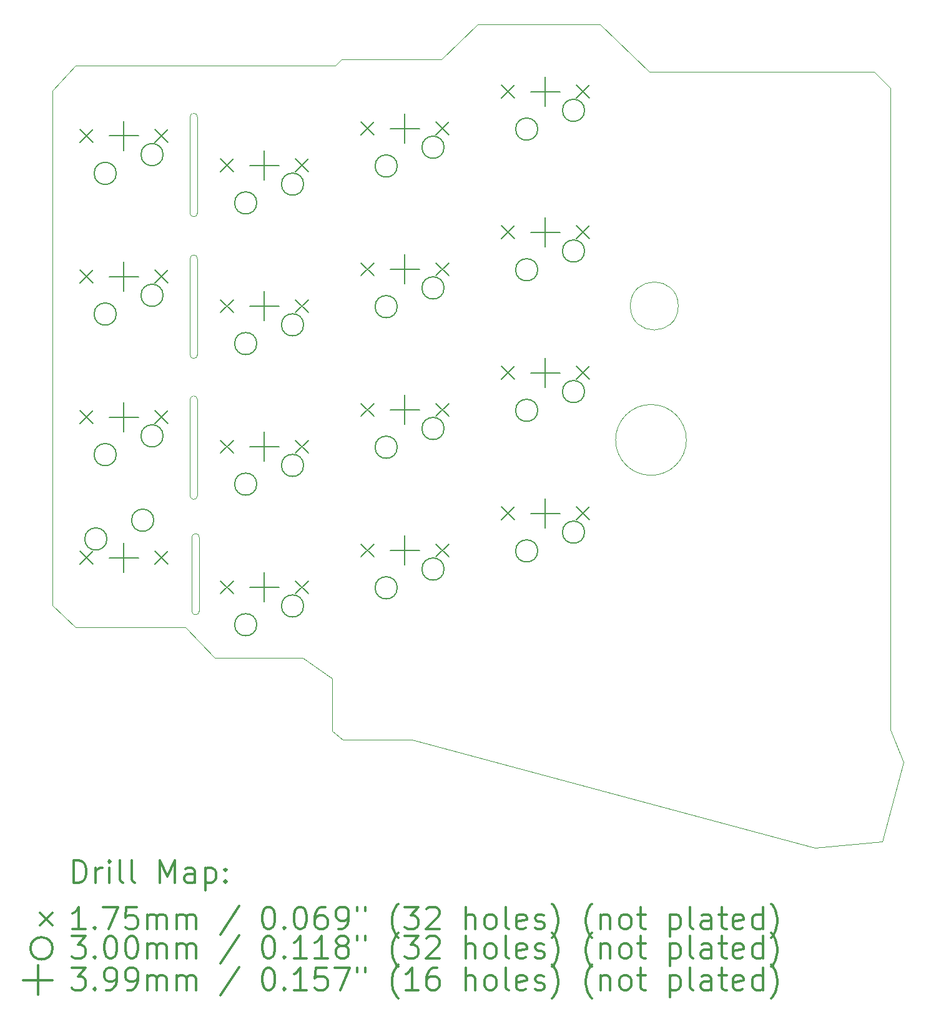
<source format=gbr>
%FSLAX45Y45*%
G04 Gerber Fmt 4.5, Leading zero omitted, Abs format (unit mm)*
G04 Created by KiCad (PCBNEW (5.1.4)-1) date 2023-05-18 17:29:43*
%MOMM*%
%LPD*%
G04 APERTURE LIST*
%ADD10C,0.050000*%
%ADD11C,0.200000*%
%ADD12C,0.300000*%
G04 APERTURE END LIST*
D10*
X3388000Y-54152000D02*
X3388000Y-55454000D01*
X3288000Y-54152000D02*
G75*
G02X3388000Y-54152000I50000J0D01*
G01*
X3288000Y-54152000D02*
X3288000Y-55454000D01*
X3388000Y-51624000D02*
G75*
G02X3288000Y-51624000I-50000J0D01*
G01*
X3288000Y-50322000D02*
X3288000Y-51624000D01*
X3288000Y-52242000D02*
X3288000Y-53544000D01*
X3388000Y-52242000D02*
X3388000Y-53544000D01*
X3288000Y-50322000D02*
G75*
G02X3388000Y-50322000I50000J0D01*
G01*
X3388000Y-53544000D02*
G75*
G02X3288000Y-53544000I-50000J0D01*
G01*
X3288000Y-52242000D02*
G75*
G02X3388000Y-52242000I50000J0D01*
G01*
X3388000Y-55454000D02*
G75*
G02X3288000Y-55454000I-50000J0D01*
G01*
X3388000Y-50322000D02*
X3388000Y-51624000D01*
X3413000Y-57018000D02*
G75*
G02X3313000Y-57018000I-50000J0D01*
G01*
X3313000Y-56018000D02*
G75*
G02X3413000Y-56018000I50000J0D01*
G01*
X3413000Y-56018000D02*
X3413000Y-57018000D01*
X3313000Y-56018000D02*
X3313000Y-57018000D01*
X1426279Y-56939295D02*
X1426279Y-49964295D01*
X12784480Y-49929016D02*
X12786421Y-58621812D01*
X5216279Y-57929295D02*
X4816279Y-57654295D01*
X1916279Y-57239295D02*
X1736279Y-57239295D01*
X1736279Y-49624295D02*
X1916279Y-49624295D01*
X10018000Y-54698000D02*
G75*
G03X10018000Y-54698000I-480000J0D01*
G01*
X9908000Y-52883000D02*
G75*
G03X9908000Y-52883000I-325000J0D01*
G01*
X5216279Y-57929295D02*
X5216279Y-58639295D01*
X6276279Y-58759295D02*
X6296279Y-58759295D01*
X12678419Y-60143040D02*
X11756279Y-60229295D01*
X12678419Y-60143040D02*
X12966232Y-59066860D01*
X3621279Y-57654295D02*
X3226279Y-57239295D01*
X12786421Y-58621812D02*
X12966232Y-59066860D01*
X6696279Y-49539295D02*
X7191279Y-49064295D01*
X5341279Y-49539295D02*
X5256279Y-49624295D01*
X12784480Y-49929016D02*
X12566279Y-49714295D01*
X8846279Y-49064295D02*
X7191279Y-49064295D01*
X3206279Y-57239295D02*
X3226279Y-57239295D01*
X9516279Y-49714295D02*
X12566279Y-49714295D01*
X1426279Y-56939295D02*
X1736279Y-57239295D01*
X8846279Y-49064295D02*
X9516279Y-49714295D01*
X6696279Y-49539295D02*
X5341279Y-49539295D01*
X3206279Y-57239295D02*
X1916279Y-57239295D01*
X3621279Y-57654295D02*
X4816279Y-57654295D01*
X5216279Y-58639295D02*
X5356279Y-58759295D01*
X6276279Y-58759295D02*
X5356279Y-58759295D01*
X1736279Y-49624295D02*
X1426279Y-49964295D01*
X11756279Y-60229295D02*
X6296279Y-58759295D01*
X1916279Y-49624295D02*
X5256279Y-49624295D01*
D11*
X3700779Y-52796795D02*
X3875779Y-52971795D01*
X3875779Y-52796795D02*
X3700779Y-52971795D01*
X4716779Y-52796795D02*
X4891779Y-52971795D01*
X4891779Y-52796795D02*
X4716779Y-52971795D01*
X7510779Y-53701795D02*
X7685779Y-53876795D01*
X7685779Y-53701795D02*
X7510779Y-53876795D01*
X8526779Y-53701795D02*
X8701779Y-53876795D01*
X8701779Y-53701795D02*
X8526779Y-53876795D01*
X5605779Y-52296795D02*
X5780779Y-52471795D01*
X5780779Y-52296795D02*
X5605779Y-52471795D01*
X6621779Y-52296795D02*
X6796779Y-52471795D01*
X6796779Y-52296795D02*
X6621779Y-52471795D01*
X1795779Y-56206795D02*
X1970779Y-56381795D01*
X1970779Y-56206795D02*
X1795779Y-56381795D01*
X2811779Y-56206795D02*
X2986779Y-56381795D01*
X2986779Y-56206795D02*
X2811779Y-56381795D01*
X3700779Y-56606795D02*
X3875779Y-56781795D01*
X3875779Y-56606795D02*
X3700779Y-56781795D01*
X4716779Y-56606795D02*
X4891779Y-56781795D01*
X4891779Y-56606795D02*
X4716779Y-56781795D01*
X3700779Y-54701795D02*
X3875779Y-54876795D01*
X3875779Y-54701795D02*
X3700779Y-54876795D01*
X4716779Y-54701795D02*
X4891779Y-54876795D01*
X4891779Y-54701795D02*
X4716779Y-54876795D01*
X7510779Y-49890500D02*
X7685779Y-50065500D01*
X7685779Y-49890500D02*
X7510779Y-50065500D01*
X8526779Y-49890500D02*
X8701779Y-50065500D01*
X8701779Y-49890500D02*
X8526779Y-50065500D01*
X5605779Y-50390500D02*
X5780779Y-50565500D01*
X5780779Y-50390500D02*
X5605779Y-50565500D01*
X6621779Y-50390500D02*
X6796779Y-50565500D01*
X6796779Y-50390500D02*
X6621779Y-50565500D01*
X7510779Y-51796795D02*
X7685779Y-51971795D01*
X7685779Y-51796795D02*
X7510779Y-51971795D01*
X8526779Y-51796795D02*
X8701779Y-51971795D01*
X8701779Y-51796795D02*
X8526779Y-51971795D01*
X5605779Y-56106795D02*
X5780779Y-56281795D01*
X5780779Y-56106795D02*
X5605779Y-56281795D01*
X6621779Y-56106795D02*
X6796779Y-56281795D01*
X6796779Y-56106795D02*
X6621779Y-56281795D01*
X1795779Y-52396795D02*
X1970779Y-52571795D01*
X1970779Y-52396795D02*
X1795779Y-52571795D01*
X2811779Y-52396795D02*
X2986779Y-52571795D01*
X2986779Y-52396795D02*
X2811779Y-52571795D01*
X7510779Y-55606795D02*
X7685779Y-55781795D01*
X7685779Y-55606795D02*
X7510779Y-55781795D01*
X8526779Y-55606795D02*
X8701779Y-55781795D01*
X8701779Y-55606795D02*
X8526779Y-55781795D01*
X3700779Y-50890500D02*
X3875779Y-51065500D01*
X3875779Y-50890500D02*
X3700779Y-51065500D01*
X4716779Y-50890500D02*
X4891779Y-51065500D01*
X4891779Y-50890500D02*
X4716779Y-51065500D01*
X5605779Y-54201795D02*
X5780779Y-54376795D01*
X5780779Y-54201795D02*
X5605779Y-54376795D01*
X6621779Y-54201795D02*
X6796779Y-54376795D01*
X6796779Y-54201795D02*
X6621779Y-54376795D01*
X1795779Y-54301795D02*
X1970779Y-54476795D01*
X1970779Y-54301795D02*
X1795779Y-54476795D01*
X2811779Y-54301795D02*
X2986779Y-54476795D01*
X2986779Y-54301795D02*
X2811779Y-54476795D01*
X1795779Y-50490500D02*
X1970779Y-50665500D01*
X1970779Y-50490500D02*
X1795779Y-50665500D01*
X2811779Y-50490500D02*
X2986779Y-50665500D01*
X2986779Y-50490500D02*
X2811779Y-50665500D01*
X2287279Y-51086000D02*
G75*
G03X2287279Y-51086000I-150000J0D01*
G01*
X2922279Y-50832000D02*
G75*
G03X2922279Y-50832000I-150000J0D01*
G01*
X4192279Y-53392295D02*
G75*
G03X4192279Y-53392295I-150000J0D01*
G01*
X4827279Y-53138295D02*
G75*
G03X4827279Y-53138295I-150000J0D01*
G01*
X8002279Y-54297295D02*
G75*
G03X8002279Y-54297295I-150000J0D01*
G01*
X8637279Y-54043295D02*
G75*
G03X8637279Y-54043295I-150000J0D01*
G01*
X6097279Y-52892295D02*
G75*
G03X6097279Y-52892295I-150000J0D01*
G01*
X6732279Y-52638295D02*
G75*
G03X6732279Y-52638295I-150000J0D01*
G01*
X2160279Y-56040295D02*
G75*
G03X2160279Y-56040295I-150000J0D01*
G01*
X2795279Y-55786295D02*
G75*
G03X2795279Y-55786295I-150000J0D01*
G01*
X4192279Y-57202295D02*
G75*
G03X4192279Y-57202295I-150000J0D01*
G01*
X4827279Y-56948295D02*
G75*
G03X4827279Y-56948295I-150000J0D01*
G01*
X4192279Y-55297295D02*
G75*
G03X4192279Y-55297295I-150000J0D01*
G01*
X4827279Y-55043295D02*
G75*
G03X4827279Y-55043295I-150000J0D01*
G01*
X8002279Y-50486000D02*
G75*
G03X8002279Y-50486000I-150000J0D01*
G01*
X8637279Y-50232000D02*
G75*
G03X8637279Y-50232000I-150000J0D01*
G01*
X6097279Y-50986000D02*
G75*
G03X6097279Y-50986000I-150000J0D01*
G01*
X6732279Y-50732000D02*
G75*
G03X6732279Y-50732000I-150000J0D01*
G01*
X8002279Y-52392295D02*
G75*
G03X8002279Y-52392295I-150000J0D01*
G01*
X8637279Y-52138295D02*
G75*
G03X8637279Y-52138295I-150000J0D01*
G01*
X6097279Y-56702295D02*
G75*
G03X6097279Y-56702295I-150000J0D01*
G01*
X6732279Y-56448295D02*
G75*
G03X6732279Y-56448295I-150000J0D01*
G01*
X2287279Y-52992295D02*
G75*
G03X2287279Y-52992295I-150000J0D01*
G01*
X2922279Y-52738295D02*
G75*
G03X2922279Y-52738295I-150000J0D01*
G01*
X8002279Y-56202295D02*
G75*
G03X8002279Y-56202295I-150000J0D01*
G01*
X8637279Y-55948295D02*
G75*
G03X8637279Y-55948295I-150000J0D01*
G01*
X4192279Y-51486000D02*
G75*
G03X4192279Y-51486000I-150000J0D01*
G01*
X4827279Y-51232000D02*
G75*
G03X4827279Y-51232000I-150000J0D01*
G01*
X6097279Y-54797295D02*
G75*
G03X6097279Y-54797295I-150000J0D01*
G01*
X6732279Y-54543295D02*
G75*
G03X6732279Y-54543295I-150000J0D01*
G01*
X2287279Y-54897295D02*
G75*
G03X2287279Y-54897295I-150000J0D01*
G01*
X2922279Y-54643295D02*
G75*
G03X2922279Y-54643295I-150000J0D01*
G01*
X8106279Y-55494905D02*
X8106279Y-55893685D01*
X7906889Y-55694295D02*
X8305669Y-55694295D01*
X4296279Y-50778610D02*
X4296279Y-51177390D01*
X4096889Y-50978000D02*
X4495669Y-50978000D01*
X6201279Y-54089905D02*
X6201279Y-54488685D01*
X6001889Y-54289295D02*
X6400669Y-54289295D01*
X2391279Y-54189905D02*
X2391279Y-54588685D01*
X2191889Y-54389295D02*
X2590669Y-54389295D01*
X2391279Y-50378610D02*
X2391279Y-50777390D01*
X2191889Y-50578000D02*
X2590669Y-50578000D01*
X4296279Y-52684905D02*
X4296279Y-53083685D01*
X4096889Y-52884295D02*
X4495669Y-52884295D01*
X8106279Y-53589905D02*
X8106279Y-53988685D01*
X7906889Y-53789295D02*
X8305669Y-53789295D01*
X6201279Y-52184905D02*
X6201279Y-52583685D01*
X6001889Y-52384295D02*
X6400669Y-52384295D01*
X2391279Y-56094905D02*
X2391279Y-56493685D01*
X2191889Y-56294295D02*
X2590669Y-56294295D01*
X4296279Y-56494905D02*
X4296279Y-56893685D01*
X4096889Y-56694295D02*
X4495669Y-56694295D01*
X4296279Y-54589905D02*
X4296279Y-54988685D01*
X4096889Y-54789295D02*
X4495669Y-54789295D01*
X8106279Y-49778610D02*
X8106279Y-50177390D01*
X7906889Y-49978000D02*
X8305669Y-49978000D01*
X6201279Y-50278610D02*
X6201279Y-50677390D01*
X6001889Y-50478000D02*
X6400669Y-50478000D01*
X8106279Y-51684905D02*
X8106279Y-52083685D01*
X7906889Y-51884295D02*
X8305669Y-51884295D01*
X6201279Y-55994905D02*
X6201279Y-56393685D01*
X6001889Y-56194295D02*
X6400669Y-56194295D01*
X2391279Y-52284905D02*
X2391279Y-52683685D01*
X2191889Y-52484295D02*
X2590669Y-52484295D01*
D12*
X1710207Y-60697509D02*
X1710207Y-60397509D01*
X1781636Y-60397509D01*
X1824493Y-60411795D01*
X1853064Y-60440367D01*
X1867350Y-60468938D01*
X1881636Y-60526081D01*
X1881636Y-60568938D01*
X1867350Y-60626081D01*
X1853064Y-60654652D01*
X1824493Y-60683224D01*
X1781636Y-60697509D01*
X1710207Y-60697509D01*
X2010207Y-60697509D02*
X2010207Y-60497509D01*
X2010207Y-60554652D02*
X2024493Y-60526081D01*
X2038779Y-60511795D01*
X2067350Y-60497509D01*
X2095922Y-60497509D01*
X2195922Y-60697509D02*
X2195922Y-60497509D01*
X2195922Y-60397509D02*
X2181636Y-60411795D01*
X2195922Y-60426081D01*
X2210207Y-60411795D01*
X2195922Y-60397509D01*
X2195922Y-60426081D01*
X2381636Y-60697509D02*
X2353065Y-60683224D01*
X2338779Y-60654652D01*
X2338779Y-60397509D01*
X2538779Y-60697509D02*
X2510207Y-60683224D01*
X2495922Y-60654652D01*
X2495922Y-60397509D01*
X2881636Y-60697509D02*
X2881636Y-60397509D01*
X2981636Y-60611795D01*
X3081636Y-60397509D01*
X3081636Y-60697509D01*
X3353064Y-60697509D02*
X3353064Y-60540367D01*
X3338779Y-60511795D01*
X3310207Y-60497509D01*
X3253064Y-60497509D01*
X3224493Y-60511795D01*
X3353064Y-60683224D02*
X3324493Y-60697509D01*
X3253064Y-60697509D01*
X3224493Y-60683224D01*
X3210207Y-60654652D01*
X3210207Y-60626081D01*
X3224493Y-60597509D01*
X3253064Y-60583224D01*
X3324493Y-60583224D01*
X3353064Y-60568938D01*
X3495922Y-60497509D02*
X3495922Y-60797509D01*
X3495922Y-60511795D02*
X3524493Y-60497509D01*
X3581636Y-60497509D01*
X3610207Y-60511795D01*
X3624493Y-60526081D01*
X3638779Y-60554652D01*
X3638779Y-60640367D01*
X3624493Y-60668938D01*
X3610207Y-60683224D01*
X3581636Y-60697509D01*
X3524493Y-60697509D01*
X3495922Y-60683224D01*
X3767350Y-60668938D02*
X3781636Y-60683224D01*
X3767350Y-60697509D01*
X3753064Y-60683224D01*
X3767350Y-60668938D01*
X3767350Y-60697509D01*
X3767350Y-60511795D02*
X3781636Y-60526081D01*
X3767350Y-60540367D01*
X3753064Y-60526081D01*
X3767350Y-60511795D01*
X3767350Y-60540367D01*
X1248779Y-61104295D02*
X1423779Y-61279295D01*
X1423779Y-61104295D02*
X1248779Y-61279295D01*
X1867350Y-61327509D02*
X1695922Y-61327509D01*
X1781636Y-61327509D02*
X1781636Y-61027509D01*
X1753064Y-61070367D01*
X1724493Y-61098938D01*
X1695922Y-61113224D01*
X1995922Y-61298938D02*
X2010207Y-61313224D01*
X1995922Y-61327509D01*
X1981636Y-61313224D01*
X1995922Y-61298938D01*
X1995922Y-61327509D01*
X2110207Y-61027509D02*
X2310207Y-61027509D01*
X2181636Y-61327509D01*
X2567350Y-61027509D02*
X2424493Y-61027509D01*
X2410207Y-61170367D01*
X2424493Y-61156081D01*
X2453065Y-61141795D01*
X2524493Y-61141795D01*
X2553065Y-61156081D01*
X2567350Y-61170367D01*
X2581636Y-61198938D01*
X2581636Y-61270367D01*
X2567350Y-61298938D01*
X2553065Y-61313224D01*
X2524493Y-61327509D01*
X2453065Y-61327509D01*
X2424493Y-61313224D01*
X2410207Y-61298938D01*
X2710207Y-61327509D02*
X2710207Y-61127509D01*
X2710207Y-61156081D02*
X2724493Y-61141795D01*
X2753065Y-61127509D01*
X2795922Y-61127509D01*
X2824493Y-61141795D01*
X2838779Y-61170367D01*
X2838779Y-61327509D01*
X2838779Y-61170367D02*
X2853064Y-61141795D01*
X2881636Y-61127509D01*
X2924493Y-61127509D01*
X2953064Y-61141795D01*
X2967350Y-61170367D01*
X2967350Y-61327509D01*
X3110207Y-61327509D02*
X3110207Y-61127509D01*
X3110207Y-61156081D02*
X3124493Y-61141795D01*
X3153064Y-61127509D01*
X3195922Y-61127509D01*
X3224493Y-61141795D01*
X3238779Y-61170367D01*
X3238779Y-61327509D01*
X3238779Y-61170367D02*
X3253064Y-61141795D01*
X3281636Y-61127509D01*
X3324493Y-61127509D01*
X3353064Y-61141795D01*
X3367350Y-61170367D01*
X3367350Y-61327509D01*
X3953064Y-61013224D02*
X3695922Y-61398938D01*
X4338779Y-61027509D02*
X4367350Y-61027509D01*
X4395922Y-61041795D01*
X4410207Y-61056081D01*
X4424493Y-61084652D01*
X4438779Y-61141795D01*
X4438779Y-61213224D01*
X4424493Y-61270367D01*
X4410207Y-61298938D01*
X4395922Y-61313224D01*
X4367350Y-61327509D01*
X4338779Y-61327509D01*
X4310207Y-61313224D01*
X4295922Y-61298938D01*
X4281636Y-61270367D01*
X4267350Y-61213224D01*
X4267350Y-61141795D01*
X4281636Y-61084652D01*
X4295922Y-61056081D01*
X4310207Y-61041795D01*
X4338779Y-61027509D01*
X4567350Y-61298938D02*
X4581636Y-61313224D01*
X4567350Y-61327509D01*
X4553065Y-61313224D01*
X4567350Y-61298938D01*
X4567350Y-61327509D01*
X4767350Y-61027509D02*
X4795922Y-61027509D01*
X4824493Y-61041795D01*
X4838779Y-61056081D01*
X4853065Y-61084652D01*
X4867350Y-61141795D01*
X4867350Y-61213224D01*
X4853065Y-61270367D01*
X4838779Y-61298938D01*
X4824493Y-61313224D01*
X4795922Y-61327509D01*
X4767350Y-61327509D01*
X4738779Y-61313224D01*
X4724493Y-61298938D01*
X4710207Y-61270367D01*
X4695922Y-61213224D01*
X4695922Y-61141795D01*
X4710207Y-61084652D01*
X4724493Y-61056081D01*
X4738779Y-61041795D01*
X4767350Y-61027509D01*
X5124493Y-61027509D02*
X5067350Y-61027509D01*
X5038779Y-61041795D01*
X5024493Y-61056081D01*
X4995922Y-61098938D01*
X4981636Y-61156081D01*
X4981636Y-61270367D01*
X4995922Y-61298938D01*
X5010207Y-61313224D01*
X5038779Y-61327509D01*
X5095922Y-61327509D01*
X5124493Y-61313224D01*
X5138779Y-61298938D01*
X5153065Y-61270367D01*
X5153065Y-61198938D01*
X5138779Y-61170367D01*
X5124493Y-61156081D01*
X5095922Y-61141795D01*
X5038779Y-61141795D01*
X5010207Y-61156081D01*
X4995922Y-61170367D01*
X4981636Y-61198938D01*
X5295922Y-61327509D02*
X5353065Y-61327509D01*
X5381636Y-61313224D01*
X5395922Y-61298938D01*
X5424493Y-61256081D01*
X5438779Y-61198938D01*
X5438779Y-61084652D01*
X5424493Y-61056081D01*
X5410207Y-61041795D01*
X5381636Y-61027509D01*
X5324493Y-61027509D01*
X5295922Y-61041795D01*
X5281636Y-61056081D01*
X5267350Y-61084652D01*
X5267350Y-61156081D01*
X5281636Y-61184652D01*
X5295922Y-61198938D01*
X5324493Y-61213224D01*
X5381636Y-61213224D01*
X5410207Y-61198938D01*
X5424493Y-61184652D01*
X5438779Y-61156081D01*
X5553065Y-61027509D02*
X5553065Y-61084652D01*
X5667350Y-61027509D02*
X5667350Y-61084652D01*
X6110207Y-61441795D02*
X6095922Y-61427509D01*
X6067350Y-61384652D01*
X6053064Y-61356081D01*
X6038779Y-61313224D01*
X6024493Y-61241795D01*
X6024493Y-61184652D01*
X6038779Y-61113224D01*
X6053064Y-61070367D01*
X6067350Y-61041795D01*
X6095922Y-60998938D01*
X6110207Y-60984652D01*
X6195922Y-61027509D02*
X6381636Y-61027509D01*
X6281636Y-61141795D01*
X6324493Y-61141795D01*
X6353064Y-61156081D01*
X6367350Y-61170367D01*
X6381636Y-61198938D01*
X6381636Y-61270367D01*
X6367350Y-61298938D01*
X6353064Y-61313224D01*
X6324493Y-61327509D01*
X6238779Y-61327509D01*
X6210207Y-61313224D01*
X6195922Y-61298938D01*
X6495922Y-61056081D02*
X6510207Y-61041795D01*
X6538779Y-61027509D01*
X6610207Y-61027509D01*
X6638779Y-61041795D01*
X6653064Y-61056081D01*
X6667350Y-61084652D01*
X6667350Y-61113224D01*
X6653064Y-61156081D01*
X6481636Y-61327509D01*
X6667350Y-61327509D01*
X7024493Y-61327509D02*
X7024493Y-61027509D01*
X7153064Y-61327509D02*
X7153064Y-61170367D01*
X7138779Y-61141795D01*
X7110207Y-61127509D01*
X7067350Y-61127509D01*
X7038779Y-61141795D01*
X7024493Y-61156081D01*
X7338779Y-61327509D02*
X7310207Y-61313224D01*
X7295922Y-61298938D01*
X7281636Y-61270367D01*
X7281636Y-61184652D01*
X7295922Y-61156081D01*
X7310207Y-61141795D01*
X7338779Y-61127509D01*
X7381636Y-61127509D01*
X7410207Y-61141795D01*
X7424493Y-61156081D01*
X7438779Y-61184652D01*
X7438779Y-61270367D01*
X7424493Y-61298938D01*
X7410207Y-61313224D01*
X7381636Y-61327509D01*
X7338779Y-61327509D01*
X7610207Y-61327509D02*
X7581636Y-61313224D01*
X7567350Y-61284652D01*
X7567350Y-61027509D01*
X7838779Y-61313224D02*
X7810207Y-61327509D01*
X7753064Y-61327509D01*
X7724493Y-61313224D01*
X7710207Y-61284652D01*
X7710207Y-61170367D01*
X7724493Y-61141795D01*
X7753064Y-61127509D01*
X7810207Y-61127509D01*
X7838779Y-61141795D01*
X7853064Y-61170367D01*
X7853064Y-61198938D01*
X7710207Y-61227509D01*
X7967350Y-61313224D02*
X7995922Y-61327509D01*
X8053064Y-61327509D01*
X8081636Y-61313224D01*
X8095922Y-61284652D01*
X8095922Y-61270367D01*
X8081636Y-61241795D01*
X8053064Y-61227509D01*
X8010207Y-61227509D01*
X7981636Y-61213224D01*
X7967350Y-61184652D01*
X7967350Y-61170367D01*
X7981636Y-61141795D01*
X8010207Y-61127509D01*
X8053064Y-61127509D01*
X8081636Y-61141795D01*
X8195922Y-61441795D02*
X8210207Y-61427509D01*
X8238779Y-61384652D01*
X8253064Y-61356081D01*
X8267350Y-61313224D01*
X8281636Y-61241795D01*
X8281636Y-61184652D01*
X8267350Y-61113224D01*
X8253064Y-61070367D01*
X8238779Y-61041795D01*
X8210207Y-60998938D01*
X8195922Y-60984652D01*
X8738779Y-61441795D02*
X8724493Y-61427509D01*
X8695922Y-61384652D01*
X8681636Y-61356081D01*
X8667350Y-61313224D01*
X8653065Y-61241795D01*
X8653065Y-61184652D01*
X8667350Y-61113224D01*
X8681636Y-61070367D01*
X8695922Y-61041795D01*
X8724493Y-60998938D01*
X8738779Y-60984652D01*
X8853065Y-61127509D02*
X8853065Y-61327509D01*
X8853065Y-61156081D02*
X8867350Y-61141795D01*
X8895922Y-61127509D01*
X8938779Y-61127509D01*
X8967350Y-61141795D01*
X8981636Y-61170367D01*
X8981636Y-61327509D01*
X9167350Y-61327509D02*
X9138779Y-61313224D01*
X9124493Y-61298938D01*
X9110207Y-61270367D01*
X9110207Y-61184652D01*
X9124493Y-61156081D01*
X9138779Y-61141795D01*
X9167350Y-61127509D01*
X9210207Y-61127509D01*
X9238779Y-61141795D01*
X9253065Y-61156081D01*
X9267350Y-61184652D01*
X9267350Y-61270367D01*
X9253065Y-61298938D01*
X9238779Y-61313224D01*
X9210207Y-61327509D01*
X9167350Y-61327509D01*
X9353065Y-61127509D02*
X9467350Y-61127509D01*
X9395922Y-61027509D02*
X9395922Y-61284652D01*
X9410207Y-61313224D01*
X9438779Y-61327509D01*
X9467350Y-61327509D01*
X9795922Y-61127509D02*
X9795922Y-61427509D01*
X9795922Y-61141795D02*
X9824493Y-61127509D01*
X9881636Y-61127509D01*
X9910207Y-61141795D01*
X9924493Y-61156081D01*
X9938779Y-61184652D01*
X9938779Y-61270367D01*
X9924493Y-61298938D01*
X9910207Y-61313224D01*
X9881636Y-61327509D01*
X9824493Y-61327509D01*
X9795922Y-61313224D01*
X10110207Y-61327509D02*
X10081636Y-61313224D01*
X10067350Y-61284652D01*
X10067350Y-61027509D01*
X10353065Y-61327509D02*
X10353065Y-61170367D01*
X10338779Y-61141795D01*
X10310207Y-61127509D01*
X10253065Y-61127509D01*
X10224493Y-61141795D01*
X10353065Y-61313224D02*
X10324493Y-61327509D01*
X10253065Y-61327509D01*
X10224493Y-61313224D01*
X10210207Y-61284652D01*
X10210207Y-61256081D01*
X10224493Y-61227509D01*
X10253065Y-61213224D01*
X10324493Y-61213224D01*
X10353065Y-61198938D01*
X10453065Y-61127509D02*
X10567350Y-61127509D01*
X10495922Y-61027509D02*
X10495922Y-61284652D01*
X10510207Y-61313224D01*
X10538779Y-61327509D01*
X10567350Y-61327509D01*
X10781636Y-61313224D02*
X10753065Y-61327509D01*
X10695922Y-61327509D01*
X10667350Y-61313224D01*
X10653065Y-61284652D01*
X10653065Y-61170367D01*
X10667350Y-61141795D01*
X10695922Y-61127509D01*
X10753065Y-61127509D01*
X10781636Y-61141795D01*
X10795922Y-61170367D01*
X10795922Y-61198938D01*
X10653065Y-61227509D01*
X11053065Y-61327509D02*
X11053065Y-61027509D01*
X11053065Y-61313224D02*
X11024493Y-61327509D01*
X10967350Y-61327509D01*
X10938779Y-61313224D01*
X10924493Y-61298938D01*
X10910207Y-61270367D01*
X10910207Y-61184652D01*
X10924493Y-61156081D01*
X10938779Y-61141795D01*
X10967350Y-61127509D01*
X11024493Y-61127509D01*
X11053065Y-61141795D01*
X11167350Y-61441795D02*
X11181636Y-61427509D01*
X11210207Y-61384652D01*
X11224493Y-61356081D01*
X11238779Y-61313224D01*
X11253064Y-61241795D01*
X11253064Y-61184652D01*
X11238779Y-61113224D01*
X11224493Y-61070367D01*
X11210207Y-61041795D01*
X11181636Y-60998938D01*
X11167350Y-60984652D01*
X1423779Y-61587795D02*
G75*
G03X1423779Y-61587795I-150000J0D01*
G01*
X1681636Y-61423509D02*
X1867350Y-61423509D01*
X1767350Y-61537795D01*
X1810207Y-61537795D01*
X1838779Y-61552081D01*
X1853064Y-61566367D01*
X1867350Y-61594938D01*
X1867350Y-61666367D01*
X1853064Y-61694938D01*
X1838779Y-61709224D01*
X1810207Y-61723509D01*
X1724493Y-61723509D01*
X1695922Y-61709224D01*
X1681636Y-61694938D01*
X1995922Y-61694938D02*
X2010207Y-61709224D01*
X1995922Y-61723509D01*
X1981636Y-61709224D01*
X1995922Y-61694938D01*
X1995922Y-61723509D01*
X2195922Y-61423509D02*
X2224493Y-61423509D01*
X2253065Y-61437795D01*
X2267350Y-61452081D01*
X2281636Y-61480652D01*
X2295922Y-61537795D01*
X2295922Y-61609224D01*
X2281636Y-61666367D01*
X2267350Y-61694938D01*
X2253065Y-61709224D01*
X2224493Y-61723509D01*
X2195922Y-61723509D01*
X2167350Y-61709224D01*
X2153065Y-61694938D01*
X2138779Y-61666367D01*
X2124493Y-61609224D01*
X2124493Y-61537795D01*
X2138779Y-61480652D01*
X2153065Y-61452081D01*
X2167350Y-61437795D01*
X2195922Y-61423509D01*
X2481636Y-61423509D02*
X2510207Y-61423509D01*
X2538779Y-61437795D01*
X2553065Y-61452081D01*
X2567350Y-61480652D01*
X2581636Y-61537795D01*
X2581636Y-61609224D01*
X2567350Y-61666367D01*
X2553065Y-61694938D01*
X2538779Y-61709224D01*
X2510207Y-61723509D01*
X2481636Y-61723509D01*
X2453065Y-61709224D01*
X2438779Y-61694938D01*
X2424493Y-61666367D01*
X2410207Y-61609224D01*
X2410207Y-61537795D01*
X2424493Y-61480652D01*
X2438779Y-61452081D01*
X2453065Y-61437795D01*
X2481636Y-61423509D01*
X2710207Y-61723509D02*
X2710207Y-61523509D01*
X2710207Y-61552081D02*
X2724493Y-61537795D01*
X2753065Y-61523509D01*
X2795922Y-61523509D01*
X2824493Y-61537795D01*
X2838779Y-61566367D01*
X2838779Y-61723509D01*
X2838779Y-61566367D02*
X2853064Y-61537795D01*
X2881636Y-61523509D01*
X2924493Y-61523509D01*
X2953064Y-61537795D01*
X2967350Y-61566367D01*
X2967350Y-61723509D01*
X3110207Y-61723509D02*
X3110207Y-61523509D01*
X3110207Y-61552081D02*
X3124493Y-61537795D01*
X3153064Y-61523509D01*
X3195922Y-61523509D01*
X3224493Y-61537795D01*
X3238779Y-61566367D01*
X3238779Y-61723509D01*
X3238779Y-61566367D02*
X3253064Y-61537795D01*
X3281636Y-61523509D01*
X3324493Y-61523509D01*
X3353064Y-61537795D01*
X3367350Y-61566367D01*
X3367350Y-61723509D01*
X3953064Y-61409224D02*
X3695922Y-61794938D01*
X4338779Y-61423509D02*
X4367350Y-61423509D01*
X4395922Y-61437795D01*
X4410207Y-61452081D01*
X4424493Y-61480652D01*
X4438779Y-61537795D01*
X4438779Y-61609224D01*
X4424493Y-61666367D01*
X4410207Y-61694938D01*
X4395922Y-61709224D01*
X4367350Y-61723509D01*
X4338779Y-61723509D01*
X4310207Y-61709224D01*
X4295922Y-61694938D01*
X4281636Y-61666367D01*
X4267350Y-61609224D01*
X4267350Y-61537795D01*
X4281636Y-61480652D01*
X4295922Y-61452081D01*
X4310207Y-61437795D01*
X4338779Y-61423509D01*
X4567350Y-61694938D02*
X4581636Y-61709224D01*
X4567350Y-61723509D01*
X4553065Y-61709224D01*
X4567350Y-61694938D01*
X4567350Y-61723509D01*
X4867350Y-61723509D02*
X4695922Y-61723509D01*
X4781636Y-61723509D02*
X4781636Y-61423509D01*
X4753065Y-61466367D01*
X4724493Y-61494938D01*
X4695922Y-61509224D01*
X5153065Y-61723509D02*
X4981636Y-61723509D01*
X5067350Y-61723509D02*
X5067350Y-61423509D01*
X5038779Y-61466367D01*
X5010207Y-61494938D01*
X4981636Y-61509224D01*
X5324493Y-61552081D02*
X5295922Y-61537795D01*
X5281636Y-61523509D01*
X5267350Y-61494938D01*
X5267350Y-61480652D01*
X5281636Y-61452081D01*
X5295922Y-61437795D01*
X5324493Y-61423509D01*
X5381636Y-61423509D01*
X5410207Y-61437795D01*
X5424493Y-61452081D01*
X5438779Y-61480652D01*
X5438779Y-61494938D01*
X5424493Y-61523509D01*
X5410207Y-61537795D01*
X5381636Y-61552081D01*
X5324493Y-61552081D01*
X5295922Y-61566367D01*
X5281636Y-61580652D01*
X5267350Y-61609224D01*
X5267350Y-61666367D01*
X5281636Y-61694938D01*
X5295922Y-61709224D01*
X5324493Y-61723509D01*
X5381636Y-61723509D01*
X5410207Y-61709224D01*
X5424493Y-61694938D01*
X5438779Y-61666367D01*
X5438779Y-61609224D01*
X5424493Y-61580652D01*
X5410207Y-61566367D01*
X5381636Y-61552081D01*
X5553065Y-61423509D02*
X5553065Y-61480652D01*
X5667350Y-61423509D02*
X5667350Y-61480652D01*
X6110207Y-61837795D02*
X6095922Y-61823509D01*
X6067350Y-61780652D01*
X6053064Y-61752081D01*
X6038779Y-61709224D01*
X6024493Y-61637795D01*
X6024493Y-61580652D01*
X6038779Y-61509224D01*
X6053064Y-61466367D01*
X6067350Y-61437795D01*
X6095922Y-61394938D01*
X6110207Y-61380652D01*
X6195922Y-61423509D02*
X6381636Y-61423509D01*
X6281636Y-61537795D01*
X6324493Y-61537795D01*
X6353064Y-61552081D01*
X6367350Y-61566367D01*
X6381636Y-61594938D01*
X6381636Y-61666367D01*
X6367350Y-61694938D01*
X6353064Y-61709224D01*
X6324493Y-61723509D01*
X6238779Y-61723509D01*
X6210207Y-61709224D01*
X6195922Y-61694938D01*
X6495922Y-61452081D02*
X6510207Y-61437795D01*
X6538779Y-61423509D01*
X6610207Y-61423509D01*
X6638779Y-61437795D01*
X6653064Y-61452081D01*
X6667350Y-61480652D01*
X6667350Y-61509224D01*
X6653064Y-61552081D01*
X6481636Y-61723509D01*
X6667350Y-61723509D01*
X7024493Y-61723509D02*
X7024493Y-61423509D01*
X7153064Y-61723509D02*
X7153064Y-61566367D01*
X7138779Y-61537795D01*
X7110207Y-61523509D01*
X7067350Y-61523509D01*
X7038779Y-61537795D01*
X7024493Y-61552081D01*
X7338779Y-61723509D02*
X7310207Y-61709224D01*
X7295922Y-61694938D01*
X7281636Y-61666367D01*
X7281636Y-61580652D01*
X7295922Y-61552081D01*
X7310207Y-61537795D01*
X7338779Y-61523509D01*
X7381636Y-61523509D01*
X7410207Y-61537795D01*
X7424493Y-61552081D01*
X7438779Y-61580652D01*
X7438779Y-61666367D01*
X7424493Y-61694938D01*
X7410207Y-61709224D01*
X7381636Y-61723509D01*
X7338779Y-61723509D01*
X7610207Y-61723509D02*
X7581636Y-61709224D01*
X7567350Y-61680652D01*
X7567350Y-61423509D01*
X7838779Y-61709224D02*
X7810207Y-61723509D01*
X7753064Y-61723509D01*
X7724493Y-61709224D01*
X7710207Y-61680652D01*
X7710207Y-61566367D01*
X7724493Y-61537795D01*
X7753064Y-61523509D01*
X7810207Y-61523509D01*
X7838779Y-61537795D01*
X7853064Y-61566367D01*
X7853064Y-61594938D01*
X7710207Y-61623509D01*
X7967350Y-61709224D02*
X7995922Y-61723509D01*
X8053064Y-61723509D01*
X8081636Y-61709224D01*
X8095922Y-61680652D01*
X8095922Y-61666367D01*
X8081636Y-61637795D01*
X8053064Y-61623509D01*
X8010207Y-61623509D01*
X7981636Y-61609224D01*
X7967350Y-61580652D01*
X7967350Y-61566367D01*
X7981636Y-61537795D01*
X8010207Y-61523509D01*
X8053064Y-61523509D01*
X8081636Y-61537795D01*
X8195922Y-61837795D02*
X8210207Y-61823509D01*
X8238779Y-61780652D01*
X8253064Y-61752081D01*
X8267350Y-61709224D01*
X8281636Y-61637795D01*
X8281636Y-61580652D01*
X8267350Y-61509224D01*
X8253064Y-61466367D01*
X8238779Y-61437795D01*
X8210207Y-61394938D01*
X8195922Y-61380652D01*
X8738779Y-61837795D02*
X8724493Y-61823509D01*
X8695922Y-61780652D01*
X8681636Y-61752081D01*
X8667350Y-61709224D01*
X8653065Y-61637795D01*
X8653065Y-61580652D01*
X8667350Y-61509224D01*
X8681636Y-61466367D01*
X8695922Y-61437795D01*
X8724493Y-61394938D01*
X8738779Y-61380652D01*
X8853065Y-61523509D02*
X8853065Y-61723509D01*
X8853065Y-61552081D02*
X8867350Y-61537795D01*
X8895922Y-61523509D01*
X8938779Y-61523509D01*
X8967350Y-61537795D01*
X8981636Y-61566367D01*
X8981636Y-61723509D01*
X9167350Y-61723509D02*
X9138779Y-61709224D01*
X9124493Y-61694938D01*
X9110207Y-61666367D01*
X9110207Y-61580652D01*
X9124493Y-61552081D01*
X9138779Y-61537795D01*
X9167350Y-61523509D01*
X9210207Y-61523509D01*
X9238779Y-61537795D01*
X9253065Y-61552081D01*
X9267350Y-61580652D01*
X9267350Y-61666367D01*
X9253065Y-61694938D01*
X9238779Y-61709224D01*
X9210207Y-61723509D01*
X9167350Y-61723509D01*
X9353065Y-61523509D02*
X9467350Y-61523509D01*
X9395922Y-61423509D02*
X9395922Y-61680652D01*
X9410207Y-61709224D01*
X9438779Y-61723509D01*
X9467350Y-61723509D01*
X9795922Y-61523509D02*
X9795922Y-61823509D01*
X9795922Y-61537795D02*
X9824493Y-61523509D01*
X9881636Y-61523509D01*
X9910207Y-61537795D01*
X9924493Y-61552081D01*
X9938779Y-61580652D01*
X9938779Y-61666367D01*
X9924493Y-61694938D01*
X9910207Y-61709224D01*
X9881636Y-61723509D01*
X9824493Y-61723509D01*
X9795922Y-61709224D01*
X10110207Y-61723509D02*
X10081636Y-61709224D01*
X10067350Y-61680652D01*
X10067350Y-61423509D01*
X10353065Y-61723509D02*
X10353065Y-61566367D01*
X10338779Y-61537795D01*
X10310207Y-61523509D01*
X10253065Y-61523509D01*
X10224493Y-61537795D01*
X10353065Y-61709224D02*
X10324493Y-61723509D01*
X10253065Y-61723509D01*
X10224493Y-61709224D01*
X10210207Y-61680652D01*
X10210207Y-61652081D01*
X10224493Y-61623509D01*
X10253065Y-61609224D01*
X10324493Y-61609224D01*
X10353065Y-61594938D01*
X10453065Y-61523509D02*
X10567350Y-61523509D01*
X10495922Y-61423509D02*
X10495922Y-61680652D01*
X10510207Y-61709224D01*
X10538779Y-61723509D01*
X10567350Y-61723509D01*
X10781636Y-61709224D02*
X10753065Y-61723509D01*
X10695922Y-61723509D01*
X10667350Y-61709224D01*
X10653065Y-61680652D01*
X10653065Y-61566367D01*
X10667350Y-61537795D01*
X10695922Y-61523509D01*
X10753065Y-61523509D01*
X10781636Y-61537795D01*
X10795922Y-61566367D01*
X10795922Y-61594938D01*
X10653065Y-61623509D01*
X11053065Y-61723509D02*
X11053065Y-61423509D01*
X11053065Y-61709224D02*
X11024493Y-61723509D01*
X10967350Y-61723509D01*
X10938779Y-61709224D01*
X10924493Y-61694938D01*
X10910207Y-61666367D01*
X10910207Y-61580652D01*
X10924493Y-61552081D01*
X10938779Y-61537795D01*
X10967350Y-61523509D01*
X11024493Y-61523509D01*
X11053065Y-61537795D01*
X11167350Y-61837795D02*
X11181636Y-61823509D01*
X11210207Y-61780652D01*
X11224493Y-61752081D01*
X11238779Y-61709224D01*
X11253064Y-61637795D01*
X11253064Y-61580652D01*
X11238779Y-61509224D01*
X11224493Y-61466367D01*
X11210207Y-61437795D01*
X11181636Y-61394938D01*
X11167350Y-61380652D01*
X1224389Y-61818405D02*
X1224389Y-62217185D01*
X1024999Y-62017795D02*
X1423779Y-62017795D01*
X1681636Y-61853509D02*
X1867350Y-61853509D01*
X1767350Y-61967795D01*
X1810207Y-61967795D01*
X1838779Y-61982081D01*
X1853064Y-61996367D01*
X1867350Y-62024938D01*
X1867350Y-62096367D01*
X1853064Y-62124938D01*
X1838779Y-62139224D01*
X1810207Y-62153509D01*
X1724493Y-62153509D01*
X1695922Y-62139224D01*
X1681636Y-62124938D01*
X1995922Y-62124938D02*
X2010207Y-62139224D01*
X1995922Y-62153509D01*
X1981636Y-62139224D01*
X1995922Y-62124938D01*
X1995922Y-62153509D01*
X2153065Y-62153509D02*
X2210207Y-62153509D01*
X2238779Y-62139224D01*
X2253065Y-62124938D01*
X2281636Y-62082081D01*
X2295922Y-62024938D01*
X2295922Y-61910652D01*
X2281636Y-61882081D01*
X2267350Y-61867795D01*
X2238779Y-61853509D01*
X2181636Y-61853509D01*
X2153065Y-61867795D01*
X2138779Y-61882081D01*
X2124493Y-61910652D01*
X2124493Y-61982081D01*
X2138779Y-62010652D01*
X2153065Y-62024938D01*
X2181636Y-62039224D01*
X2238779Y-62039224D01*
X2267350Y-62024938D01*
X2281636Y-62010652D01*
X2295922Y-61982081D01*
X2438779Y-62153509D02*
X2495922Y-62153509D01*
X2524493Y-62139224D01*
X2538779Y-62124938D01*
X2567350Y-62082081D01*
X2581636Y-62024938D01*
X2581636Y-61910652D01*
X2567350Y-61882081D01*
X2553065Y-61867795D01*
X2524493Y-61853509D01*
X2467350Y-61853509D01*
X2438779Y-61867795D01*
X2424493Y-61882081D01*
X2410207Y-61910652D01*
X2410207Y-61982081D01*
X2424493Y-62010652D01*
X2438779Y-62024938D01*
X2467350Y-62039224D01*
X2524493Y-62039224D01*
X2553065Y-62024938D01*
X2567350Y-62010652D01*
X2581636Y-61982081D01*
X2710207Y-62153509D02*
X2710207Y-61953509D01*
X2710207Y-61982081D02*
X2724493Y-61967795D01*
X2753065Y-61953509D01*
X2795922Y-61953509D01*
X2824493Y-61967795D01*
X2838779Y-61996367D01*
X2838779Y-62153509D01*
X2838779Y-61996367D02*
X2853064Y-61967795D01*
X2881636Y-61953509D01*
X2924493Y-61953509D01*
X2953064Y-61967795D01*
X2967350Y-61996367D01*
X2967350Y-62153509D01*
X3110207Y-62153509D02*
X3110207Y-61953509D01*
X3110207Y-61982081D02*
X3124493Y-61967795D01*
X3153064Y-61953509D01*
X3195922Y-61953509D01*
X3224493Y-61967795D01*
X3238779Y-61996367D01*
X3238779Y-62153509D01*
X3238779Y-61996367D02*
X3253064Y-61967795D01*
X3281636Y-61953509D01*
X3324493Y-61953509D01*
X3353064Y-61967795D01*
X3367350Y-61996367D01*
X3367350Y-62153509D01*
X3953064Y-61839224D02*
X3695922Y-62224938D01*
X4338779Y-61853509D02*
X4367350Y-61853509D01*
X4395922Y-61867795D01*
X4410207Y-61882081D01*
X4424493Y-61910652D01*
X4438779Y-61967795D01*
X4438779Y-62039224D01*
X4424493Y-62096367D01*
X4410207Y-62124938D01*
X4395922Y-62139224D01*
X4367350Y-62153509D01*
X4338779Y-62153509D01*
X4310207Y-62139224D01*
X4295922Y-62124938D01*
X4281636Y-62096367D01*
X4267350Y-62039224D01*
X4267350Y-61967795D01*
X4281636Y-61910652D01*
X4295922Y-61882081D01*
X4310207Y-61867795D01*
X4338779Y-61853509D01*
X4567350Y-62124938D02*
X4581636Y-62139224D01*
X4567350Y-62153509D01*
X4553065Y-62139224D01*
X4567350Y-62124938D01*
X4567350Y-62153509D01*
X4867350Y-62153509D02*
X4695922Y-62153509D01*
X4781636Y-62153509D02*
X4781636Y-61853509D01*
X4753065Y-61896367D01*
X4724493Y-61924938D01*
X4695922Y-61939224D01*
X5138779Y-61853509D02*
X4995922Y-61853509D01*
X4981636Y-61996367D01*
X4995922Y-61982081D01*
X5024493Y-61967795D01*
X5095922Y-61967795D01*
X5124493Y-61982081D01*
X5138779Y-61996367D01*
X5153065Y-62024938D01*
X5153065Y-62096367D01*
X5138779Y-62124938D01*
X5124493Y-62139224D01*
X5095922Y-62153509D01*
X5024493Y-62153509D01*
X4995922Y-62139224D01*
X4981636Y-62124938D01*
X5253065Y-61853509D02*
X5453065Y-61853509D01*
X5324493Y-62153509D01*
X5553065Y-61853509D02*
X5553065Y-61910652D01*
X5667350Y-61853509D02*
X5667350Y-61910652D01*
X6110207Y-62267795D02*
X6095922Y-62253509D01*
X6067350Y-62210652D01*
X6053064Y-62182081D01*
X6038779Y-62139224D01*
X6024493Y-62067795D01*
X6024493Y-62010652D01*
X6038779Y-61939224D01*
X6053064Y-61896367D01*
X6067350Y-61867795D01*
X6095922Y-61824938D01*
X6110207Y-61810652D01*
X6381636Y-62153509D02*
X6210207Y-62153509D01*
X6295922Y-62153509D02*
X6295922Y-61853509D01*
X6267350Y-61896367D01*
X6238779Y-61924938D01*
X6210207Y-61939224D01*
X6638779Y-61853509D02*
X6581636Y-61853509D01*
X6553064Y-61867795D01*
X6538779Y-61882081D01*
X6510207Y-61924938D01*
X6495922Y-61982081D01*
X6495922Y-62096367D01*
X6510207Y-62124938D01*
X6524493Y-62139224D01*
X6553064Y-62153509D01*
X6610207Y-62153509D01*
X6638779Y-62139224D01*
X6653064Y-62124938D01*
X6667350Y-62096367D01*
X6667350Y-62024938D01*
X6653064Y-61996367D01*
X6638779Y-61982081D01*
X6610207Y-61967795D01*
X6553064Y-61967795D01*
X6524493Y-61982081D01*
X6510207Y-61996367D01*
X6495922Y-62024938D01*
X7024493Y-62153509D02*
X7024493Y-61853509D01*
X7153064Y-62153509D02*
X7153064Y-61996367D01*
X7138779Y-61967795D01*
X7110207Y-61953509D01*
X7067350Y-61953509D01*
X7038779Y-61967795D01*
X7024493Y-61982081D01*
X7338779Y-62153509D02*
X7310207Y-62139224D01*
X7295922Y-62124938D01*
X7281636Y-62096367D01*
X7281636Y-62010652D01*
X7295922Y-61982081D01*
X7310207Y-61967795D01*
X7338779Y-61953509D01*
X7381636Y-61953509D01*
X7410207Y-61967795D01*
X7424493Y-61982081D01*
X7438779Y-62010652D01*
X7438779Y-62096367D01*
X7424493Y-62124938D01*
X7410207Y-62139224D01*
X7381636Y-62153509D01*
X7338779Y-62153509D01*
X7610207Y-62153509D02*
X7581636Y-62139224D01*
X7567350Y-62110652D01*
X7567350Y-61853509D01*
X7838779Y-62139224D02*
X7810207Y-62153509D01*
X7753064Y-62153509D01*
X7724493Y-62139224D01*
X7710207Y-62110652D01*
X7710207Y-61996367D01*
X7724493Y-61967795D01*
X7753064Y-61953509D01*
X7810207Y-61953509D01*
X7838779Y-61967795D01*
X7853064Y-61996367D01*
X7853064Y-62024938D01*
X7710207Y-62053509D01*
X7967350Y-62139224D02*
X7995922Y-62153509D01*
X8053064Y-62153509D01*
X8081636Y-62139224D01*
X8095922Y-62110652D01*
X8095922Y-62096367D01*
X8081636Y-62067795D01*
X8053064Y-62053509D01*
X8010207Y-62053509D01*
X7981636Y-62039224D01*
X7967350Y-62010652D01*
X7967350Y-61996367D01*
X7981636Y-61967795D01*
X8010207Y-61953509D01*
X8053064Y-61953509D01*
X8081636Y-61967795D01*
X8195922Y-62267795D02*
X8210207Y-62253509D01*
X8238779Y-62210652D01*
X8253064Y-62182081D01*
X8267350Y-62139224D01*
X8281636Y-62067795D01*
X8281636Y-62010652D01*
X8267350Y-61939224D01*
X8253064Y-61896367D01*
X8238779Y-61867795D01*
X8210207Y-61824938D01*
X8195922Y-61810652D01*
X8738779Y-62267795D02*
X8724493Y-62253509D01*
X8695922Y-62210652D01*
X8681636Y-62182081D01*
X8667350Y-62139224D01*
X8653065Y-62067795D01*
X8653065Y-62010652D01*
X8667350Y-61939224D01*
X8681636Y-61896367D01*
X8695922Y-61867795D01*
X8724493Y-61824938D01*
X8738779Y-61810652D01*
X8853065Y-61953509D02*
X8853065Y-62153509D01*
X8853065Y-61982081D02*
X8867350Y-61967795D01*
X8895922Y-61953509D01*
X8938779Y-61953509D01*
X8967350Y-61967795D01*
X8981636Y-61996367D01*
X8981636Y-62153509D01*
X9167350Y-62153509D02*
X9138779Y-62139224D01*
X9124493Y-62124938D01*
X9110207Y-62096367D01*
X9110207Y-62010652D01*
X9124493Y-61982081D01*
X9138779Y-61967795D01*
X9167350Y-61953509D01*
X9210207Y-61953509D01*
X9238779Y-61967795D01*
X9253065Y-61982081D01*
X9267350Y-62010652D01*
X9267350Y-62096367D01*
X9253065Y-62124938D01*
X9238779Y-62139224D01*
X9210207Y-62153509D01*
X9167350Y-62153509D01*
X9353065Y-61953509D02*
X9467350Y-61953509D01*
X9395922Y-61853509D02*
X9395922Y-62110652D01*
X9410207Y-62139224D01*
X9438779Y-62153509D01*
X9467350Y-62153509D01*
X9795922Y-61953509D02*
X9795922Y-62253509D01*
X9795922Y-61967795D02*
X9824493Y-61953509D01*
X9881636Y-61953509D01*
X9910207Y-61967795D01*
X9924493Y-61982081D01*
X9938779Y-62010652D01*
X9938779Y-62096367D01*
X9924493Y-62124938D01*
X9910207Y-62139224D01*
X9881636Y-62153509D01*
X9824493Y-62153509D01*
X9795922Y-62139224D01*
X10110207Y-62153509D02*
X10081636Y-62139224D01*
X10067350Y-62110652D01*
X10067350Y-61853509D01*
X10353065Y-62153509D02*
X10353065Y-61996367D01*
X10338779Y-61967795D01*
X10310207Y-61953509D01*
X10253065Y-61953509D01*
X10224493Y-61967795D01*
X10353065Y-62139224D02*
X10324493Y-62153509D01*
X10253065Y-62153509D01*
X10224493Y-62139224D01*
X10210207Y-62110652D01*
X10210207Y-62082081D01*
X10224493Y-62053509D01*
X10253065Y-62039224D01*
X10324493Y-62039224D01*
X10353065Y-62024938D01*
X10453065Y-61953509D02*
X10567350Y-61953509D01*
X10495922Y-61853509D02*
X10495922Y-62110652D01*
X10510207Y-62139224D01*
X10538779Y-62153509D01*
X10567350Y-62153509D01*
X10781636Y-62139224D02*
X10753065Y-62153509D01*
X10695922Y-62153509D01*
X10667350Y-62139224D01*
X10653065Y-62110652D01*
X10653065Y-61996367D01*
X10667350Y-61967795D01*
X10695922Y-61953509D01*
X10753065Y-61953509D01*
X10781636Y-61967795D01*
X10795922Y-61996367D01*
X10795922Y-62024938D01*
X10653065Y-62053509D01*
X11053065Y-62153509D02*
X11053065Y-61853509D01*
X11053065Y-62139224D02*
X11024493Y-62153509D01*
X10967350Y-62153509D01*
X10938779Y-62139224D01*
X10924493Y-62124938D01*
X10910207Y-62096367D01*
X10910207Y-62010652D01*
X10924493Y-61982081D01*
X10938779Y-61967795D01*
X10967350Y-61953509D01*
X11024493Y-61953509D01*
X11053065Y-61967795D01*
X11167350Y-62267795D02*
X11181636Y-62253509D01*
X11210207Y-62210652D01*
X11224493Y-62182081D01*
X11238779Y-62139224D01*
X11253064Y-62067795D01*
X11253064Y-62010652D01*
X11238779Y-61939224D01*
X11224493Y-61896367D01*
X11210207Y-61867795D01*
X11181636Y-61824938D01*
X11167350Y-61810652D01*
M02*

</source>
